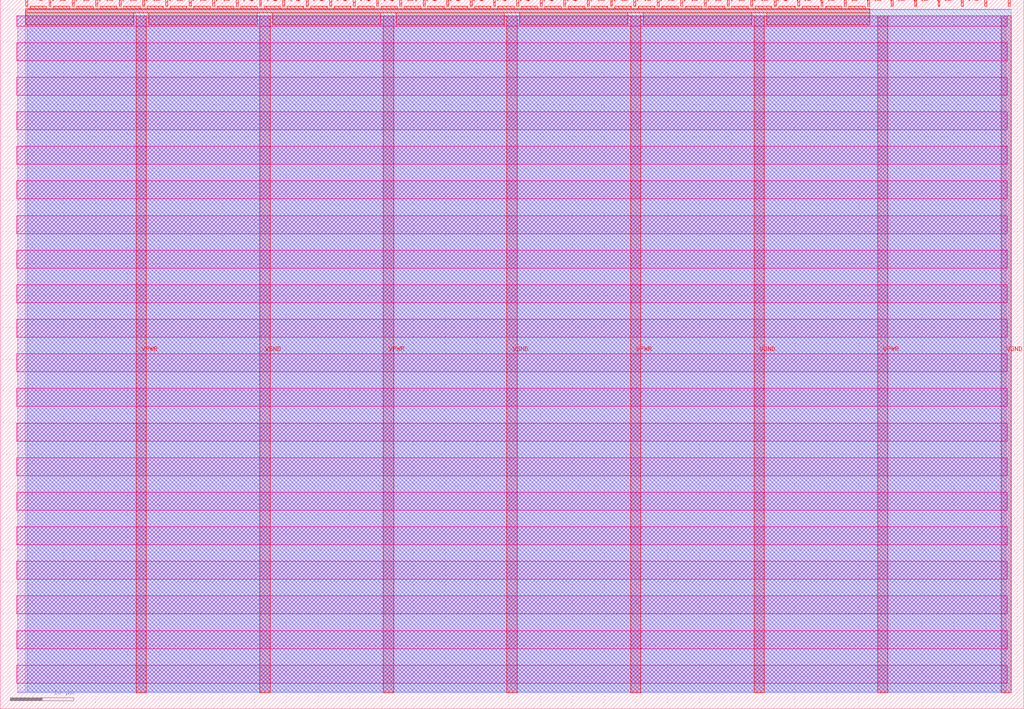
<source format=lef>
VERSION 5.7 ;
  NOWIREEXTENSIONATPIN ON ;
  DIVIDERCHAR "/" ;
  BUSBITCHARS "[]" ;
MACRO tt_um_ancho
  CLASS BLOCK ;
  FOREIGN tt_um_ancho ;
  ORIGIN 0.000 0.000 ;
  SIZE 161.000 BY 111.520 ;
  PIN VGND
    DIRECTION INOUT ;
    USE GROUND ;
    PORT
      LAYER met4 ;
        RECT 40.830 2.480 42.430 109.040 ;
    END
    PORT
      LAYER met4 ;
        RECT 79.700 2.480 81.300 109.040 ;
    END
    PORT
      LAYER met4 ;
        RECT 118.570 2.480 120.170 109.040 ;
    END
    PORT
      LAYER met4 ;
        RECT 157.440 2.480 159.040 109.040 ;
    END
  END VGND
  PIN VPWR
    DIRECTION INOUT ;
    USE POWER ;
    PORT
      LAYER met4 ;
        RECT 21.395 2.480 22.995 109.040 ;
    END
    PORT
      LAYER met4 ;
        RECT 60.265 2.480 61.865 109.040 ;
    END
    PORT
      LAYER met4 ;
        RECT 99.135 2.480 100.735 109.040 ;
    END
    PORT
      LAYER met4 ;
        RECT 138.005 2.480 139.605 109.040 ;
    END
  END VPWR
  PIN clk
    DIRECTION INPUT ;
    USE SIGNAL ;
    PORT
      LAYER met4 ;
        RECT 154.870 110.520 155.170 111.520 ;
    END
  END clk
  PIN ena
    DIRECTION INPUT ;
    USE SIGNAL ;
    PORT
      LAYER met4 ;
        RECT 158.550 110.520 158.850 111.520 ;
    END
  END ena
  PIN rst_n
    DIRECTION INPUT ;
    USE SIGNAL ;
    PORT
      LAYER met4 ;
        RECT 151.190 110.520 151.490 111.520 ;
    END
  END rst_n
  PIN ui_in[0]
    DIRECTION INPUT ;
    USE SIGNAL ;
    PORT
      LAYER met4 ;
        RECT 147.510 110.520 147.810 111.520 ;
    END
  END ui_in[0]
  PIN ui_in[1]
    DIRECTION INPUT ;
    USE SIGNAL ;
    PORT
      LAYER met4 ;
        RECT 143.830 110.520 144.130 111.520 ;
    END
  END ui_in[1]
  PIN ui_in[2]
    DIRECTION INPUT ;
    USE SIGNAL ;
    PORT
      LAYER met4 ;
        RECT 140.150 110.520 140.450 111.520 ;
    END
  END ui_in[2]
  PIN ui_in[3]
    DIRECTION INPUT ;
    USE SIGNAL ;
    ANTENNAGATEAREA 0.196500 ;
    PORT
      LAYER met4 ;
        RECT 136.470 110.520 136.770 111.520 ;
    END
  END ui_in[3]
  PIN ui_in[4]
    DIRECTION INPUT ;
    USE SIGNAL ;
    ANTENNAGATEAREA 0.196500 ;
    PORT
      LAYER met4 ;
        RECT 132.790 110.520 133.090 111.520 ;
    END
  END ui_in[4]
  PIN ui_in[5]
    DIRECTION INPUT ;
    USE SIGNAL ;
    ANTENNAGATEAREA 0.196500 ;
    PORT
      LAYER met4 ;
        RECT 129.110 110.520 129.410 111.520 ;
    END
  END ui_in[5]
  PIN ui_in[6]
    DIRECTION INPUT ;
    USE SIGNAL ;
    ANTENNAGATEAREA 0.196500 ;
    PORT
      LAYER met4 ;
        RECT 125.430 110.520 125.730 111.520 ;
    END
  END ui_in[6]
  PIN ui_in[7]
    DIRECTION INPUT ;
    USE SIGNAL ;
    ANTENNAGATEAREA 0.126000 ;
    PORT
      LAYER met4 ;
        RECT 121.750 110.520 122.050 111.520 ;
    END
  END ui_in[7]
  PIN uio_in[0]
    DIRECTION INPUT ;
    USE SIGNAL ;
    PORT
      LAYER met4 ;
        RECT 118.070 110.520 118.370 111.520 ;
    END
  END uio_in[0]
  PIN uio_in[1]
    DIRECTION INPUT ;
    USE SIGNAL ;
    PORT
      LAYER met4 ;
        RECT 114.390 110.520 114.690 111.520 ;
    END
  END uio_in[1]
  PIN uio_in[2]
    DIRECTION INPUT ;
    USE SIGNAL ;
    PORT
      LAYER met4 ;
        RECT 110.710 110.520 111.010 111.520 ;
    END
  END uio_in[2]
  PIN uio_in[3]
    DIRECTION INPUT ;
    USE SIGNAL ;
    PORT
      LAYER met4 ;
        RECT 107.030 110.520 107.330 111.520 ;
    END
  END uio_in[3]
  PIN uio_in[4]
    DIRECTION INPUT ;
    USE SIGNAL ;
    PORT
      LAYER met4 ;
        RECT 103.350 110.520 103.650 111.520 ;
    END
  END uio_in[4]
  PIN uio_in[5]
    DIRECTION INPUT ;
    USE SIGNAL ;
    PORT
      LAYER met4 ;
        RECT 99.670 110.520 99.970 111.520 ;
    END
  END uio_in[5]
  PIN uio_in[6]
    DIRECTION INPUT ;
    USE SIGNAL ;
    PORT
      LAYER met4 ;
        RECT 95.990 110.520 96.290 111.520 ;
    END
  END uio_in[6]
  PIN uio_in[7]
    DIRECTION INPUT ;
    USE SIGNAL ;
    PORT
      LAYER met4 ;
        RECT 92.310 110.520 92.610 111.520 ;
    END
  END uio_in[7]
  PIN uio_oe[0]
    DIRECTION OUTPUT TRISTATE ;
    USE SIGNAL ;
    PORT
      LAYER met4 ;
        RECT 29.750 110.520 30.050 111.520 ;
    END
  END uio_oe[0]
  PIN uio_oe[1]
    DIRECTION OUTPUT TRISTATE ;
    USE SIGNAL ;
    PORT
      LAYER met4 ;
        RECT 26.070 110.520 26.370 111.520 ;
    END
  END uio_oe[1]
  PIN uio_oe[2]
    DIRECTION OUTPUT TRISTATE ;
    USE SIGNAL ;
    PORT
      LAYER met4 ;
        RECT 22.390 110.520 22.690 111.520 ;
    END
  END uio_oe[2]
  PIN uio_oe[3]
    DIRECTION OUTPUT TRISTATE ;
    USE SIGNAL ;
    PORT
      LAYER met4 ;
        RECT 18.710 110.520 19.010 111.520 ;
    END
  END uio_oe[3]
  PIN uio_oe[4]
    DIRECTION OUTPUT TRISTATE ;
    USE SIGNAL ;
    PORT
      LAYER met4 ;
        RECT 15.030 110.520 15.330 111.520 ;
    END
  END uio_oe[4]
  PIN uio_oe[5]
    DIRECTION OUTPUT TRISTATE ;
    USE SIGNAL ;
    PORT
      LAYER met4 ;
        RECT 11.350 110.520 11.650 111.520 ;
    END
  END uio_oe[5]
  PIN uio_oe[6]
    DIRECTION OUTPUT TRISTATE ;
    USE SIGNAL ;
    PORT
      LAYER met4 ;
        RECT 7.670 110.520 7.970 111.520 ;
    END
  END uio_oe[6]
  PIN uio_oe[7]
    DIRECTION OUTPUT TRISTATE ;
    USE SIGNAL ;
    PORT
      LAYER met4 ;
        RECT 3.990 110.520 4.290 111.520 ;
    END
  END uio_oe[7]
  PIN uio_out[0]
    DIRECTION OUTPUT TRISTATE ;
    USE SIGNAL ;
    PORT
      LAYER met4 ;
        RECT 59.190 110.520 59.490 111.520 ;
    END
  END uio_out[0]
  PIN uio_out[1]
    DIRECTION OUTPUT TRISTATE ;
    USE SIGNAL ;
    PORT
      LAYER met4 ;
        RECT 55.510 110.520 55.810 111.520 ;
    END
  END uio_out[1]
  PIN uio_out[2]
    DIRECTION OUTPUT TRISTATE ;
    USE SIGNAL ;
    PORT
      LAYER met4 ;
        RECT 51.830 110.520 52.130 111.520 ;
    END
  END uio_out[2]
  PIN uio_out[3]
    DIRECTION OUTPUT TRISTATE ;
    USE SIGNAL ;
    PORT
      LAYER met4 ;
        RECT 48.150 110.520 48.450 111.520 ;
    END
  END uio_out[3]
  PIN uio_out[4]
    DIRECTION OUTPUT TRISTATE ;
    USE SIGNAL ;
    PORT
      LAYER met4 ;
        RECT 44.470 110.520 44.770 111.520 ;
    END
  END uio_out[4]
  PIN uio_out[5]
    DIRECTION OUTPUT TRISTATE ;
    USE SIGNAL ;
    PORT
      LAYER met4 ;
        RECT 40.790 110.520 41.090 111.520 ;
    END
  END uio_out[5]
  PIN uio_out[6]
    DIRECTION OUTPUT TRISTATE ;
    USE SIGNAL ;
    PORT
      LAYER met4 ;
        RECT 37.110 110.520 37.410 111.520 ;
    END
  END uio_out[6]
  PIN uio_out[7]
    DIRECTION OUTPUT TRISTATE ;
    USE SIGNAL ;
    PORT
      LAYER met4 ;
        RECT 33.430 110.520 33.730 111.520 ;
    END
  END uio_out[7]
  PIN uo_out[0]
    DIRECTION OUTPUT TRISTATE ;
    USE SIGNAL ;
    ANTENNADIFFAREA 0.795200 ;
    PORT
      LAYER met4 ;
        RECT 88.630 110.520 88.930 111.520 ;
    END
  END uo_out[0]
  PIN uo_out[1]
    DIRECTION OUTPUT TRISTATE ;
    USE SIGNAL ;
    PORT
      LAYER met4 ;
        RECT 84.950 110.520 85.250 111.520 ;
    END
  END uo_out[1]
  PIN uo_out[2]
    DIRECTION OUTPUT TRISTATE ;
    USE SIGNAL ;
    PORT
      LAYER met4 ;
        RECT 81.270 110.520 81.570 111.520 ;
    END
  END uo_out[2]
  PIN uo_out[3]
    DIRECTION OUTPUT TRISTATE ;
    USE SIGNAL ;
    PORT
      LAYER met4 ;
        RECT 77.590 110.520 77.890 111.520 ;
    END
  END uo_out[3]
  PIN uo_out[4]
    DIRECTION OUTPUT TRISTATE ;
    USE SIGNAL ;
    PORT
      LAYER met4 ;
        RECT 73.910 110.520 74.210 111.520 ;
    END
  END uo_out[4]
  PIN uo_out[5]
    DIRECTION OUTPUT TRISTATE ;
    USE SIGNAL ;
    PORT
      LAYER met4 ;
        RECT 70.230 110.520 70.530 111.520 ;
    END
  END uo_out[5]
  PIN uo_out[6]
    DIRECTION OUTPUT TRISTATE ;
    USE SIGNAL ;
    PORT
      LAYER met4 ;
        RECT 66.550 110.520 66.850 111.520 ;
    END
  END uo_out[6]
  PIN uo_out[7]
    DIRECTION OUTPUT TRISTATE ;
    USE SIGNAL ;
    PORT
      LAYER met4 ;
        RECT 62.870 110.520 63.170 111.520 ;
    END
  END uo_out[7]
  OBS
      LAYER nwell ;
        RECT 2.570 107.385 158.430 108.990 ;
        RECT 2.570 101.945 158.430 104.775 ;
        RECT 2.570 96.505 158.430 99.335 ;
        RECT 2.570 91.065 158.430 93.895 ;
        RECT 2.570 85.625 158.430 88.455 ;
        RECT 2.570 80.185 158.430 83.015 ;
        RECT 2.570 74.745 158.430 77.575 ;
        RECT 2.570 69.305 158.430 72.135 ;
        RECT 2.570 63.865 158.430 66.695 ;
        RECT 2.570 58.425 158.430 61.255 ;
        RECT 2.570 52.985 158.430 55.815 ;
        RECT 2.570 47.545 158.430 50.375 ;
        RECT 2.570 42.105 158.430 44.935 ;
        RECT 2.570 36.665 158.430 39.495 ;
        RECT 2.570 31.225 158.430 34.055 ;
        RECT 2.570 25.785 158.430 28.615 ;
        RECT 2.570 20.345 158.430 23.175 ;
        RECT 2.570 14.905 158.430 17.735 ;
        RECT 2.570 9.465 158.430 12.295 ;
        RECT 2.570 4.025 158.430 6.855 ;
      LAYER li1 ;
        RECT 2.760 2.635 158.240 108.885 ;
      LAYER met1 ;
        RECT 2.760 2.480 159.040 109.040 ;
      LAYER met2 ;
        RECT 4.230 2.535 159.010 110.005 ;
      LAYER met3 ;
        RECT 3.950 2.555 159.030 109.985 ;
      LAYER met4 ;
        RECT 4.690 110.120 7.270 110.520 ;
        RECT 8.370 110.120 10.950 110.520 ;
        RECT 12.050 110.120 14.630 110.520 ;
        RECT 15.730 110.120 18.310 110.520 ;
        RECT 19.410 110.120 21.990 110.520 ;
        RECT 23.090 110.120 25.670 110.520 ;
        RECT 26.770 110.120 29.350 110.520 ;
        RECT 30.450 110.120 33.030 110.520 ;
        RECT 34.130 110.120 36.710 110.520 ;
        RECT 37.810 110.120 40.390 110.520 ;
        RECT 41.490 110.120 44.070 110.520 ;
        RECT 45.170 110.120 47.750 110.520 ;
        RECT 48.850 110.120 51.430 110.520 ;
        RECT 52.530 110.120 55.110 110.520 ;
        RECT 56.210 110.120 58.790 110.520 ;
        RECT 59.890 110.120 62.470 110.520 ;
        RECT 63.570 110.120 66.150 110.520 ;
        RECT 67.250 110.120 69.830 110.520 ;
        RECT 70.930 110.120 73.510 110.520 ;
        RECT 74.610 110.120 77.190 110.520 ;
        RECT 78.290 110.120 80.870 110.520 ;
        RECT 81.970 110.120 84.550 110.520 ;
        RECT 85.650 110.120 88.230 110.520 ;
        RECT 89.330 110.120 91.910 110.520 ;
        RECT 93.010 110.120 95.590 110.520 ;
        RECT 96.690 110.120 99.270 110.520 ;
        RECT 100.370 110.120 102.950 110.520 ;
        RECT 104.050 110.120 106.630 110.520 ;
        RECT 107.730 110.120 110.310 110.520 ;
        RECT 111.410 110.120 113.990 110.520 ;
        RECT 115.090 110.120 117.670 110.520 ;
        RECT 118.770 110.120 121.350 110.520 ;
        RECT 122.450 110.120 125.030 110.520 ;
        RECT 126.130 110.120 128.710 110.520 ;
        RECT 129.810 110.120 132.390 110.520 ;
        RECT 133.490 110.120 136.070 110.520 ;
        RECT 3.975 109.440 136.785 110.120 ;
        RECT 3.975 107.615 20.995 109.440 ;
        RECT 23.395 107.615 40.430 109.440 ;
        RECT 42.830 107.615 59.865 109.440 ;
        RECT 62.265 107.615 79.300 109.440 ;
        RECT 81.700 107.615 98.735 109.440 ;
        RECT 101.135 107.615 118.170 109.440 ;
        RECT 120.570 107.615 136.785 109.440 ;
  END
END tt_um_ancho
END LIBRARY


</source>
